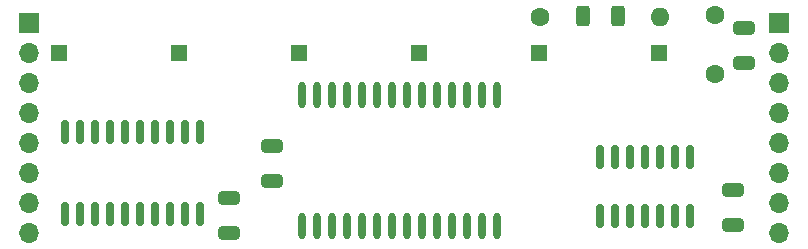
<source format=gts>
G04 #@! TF.GenerationSoftware,KiCad,Pcbnew,6.0.10-86aedd382b~118~ubuntu20.04.1*
G04 #@! TF.CreationDate,2022-12-28T18:12:40+00:00*
G04 #@! TF.ProjectId,slrm,736c726d-2e6b-4696-9361-645f70636258,rev?*
G04 #@! TF.SameCoordinates,Original*
G04 #@! TF.FileFunction,Soldermask,Top*
G04 #@! TF.FilePolarity,Negative*
%FSLAX46Y46*%
G04 Gerber Fmt 4.6, Leading zero omitted, Abs format (unit mm)*
G04 Created by KiCad (PCBNEW 6.0.10-86aedd382b~118~ubuntu20.04.1) date 2022-12-28 18:12:40*
%MOMM*%
%LPD*%
G01*
G04 APERTURE LIST*
G04 Aperture macros list*
%AMRoundRect*
0 Rectangle with rounded corners*
0 $1 Rounding radius*
0 $2 $3 $4 $5 $6 $7 $8 $9 X,Y pos of 4 corners*
0 Add a 4 corners polygon primitive as box body*
4,1,4,$2,$3,$4,$5,$6,$7,$8,$9,$2,$3,0*
0 Add four circle primitives for the rounded corners*
1,1,$1+$1,$2,$3*
1,1,$1+$1,$4,$5*
1,1,$1+$1,$6,$7*
1,1,$1+$1,$8,$9*
0 Add four rect primitives between the rounded corners*
20,1,$1+$1,$2,$3,$4,$5,0*
20,1,$1+$1,$4,$5,$6,$7,0*
20,1,$1+$1,$6,$7,$8,$9,0*
20,1,$1+$1,$8,$9,$2,$3,0*%
G04 Aperture macros list end*
%ADD10RoundRect,0.250000X-0.312500X-0.625000X0.312500X-0.625000X0.312500X0.625000X-0.312500X0.625000X0*%
%ADD11RoundRect,0.250000X0.650000X-0.325000X0.650000X0.325000X-0.650000X0.325000X-0.650000X-0.325000X0*%
%ADD12R,1.350000X1.350000*%
%ADD13C,1.600000*%
%ADD14O,0.600000X2.250000*%
%ADD15R,1.700000X1.700000*%
%ADD16O,1.700000X1.700000*%
%ADD17O,1.600000X1.600000*%
%ADD18RoundRect,0.150000X-0.150000X0.837500X-0.150000X-0.837500X0.150000X-0.837500X0.150000X0.837500X0*%
%ADD19RoundRect,0.150000X-0.150000X0.825000X-0.150000X-0.825000X0.150000X-0.825000X0.150000X0.825000X0*%
%ADD20RoundRect,0.250000X-0.650000X0.325000X-0.650000X-0.325000X0.650000X-0.325000X0.650000X0.325000X0*%
G04 APERTURE END LIST*
D10*
X166277500Y-85800000D03*
X169202500Y-85800000D03*
D11*
X179870000Y-89725000D03*
X179870000Y-86775000D03*
D12*
X121920000Y-88900000D03*
X162560000Y-88900000D03*
D13*
X177400000Y-85690000D03*
X177400000Y-90690000D03*
D12*
X142240000Y-88900000D03*
D14*
X142493809Y-103550000D03*
X143763809Y-103550000D03*
X145033809Y-103550000D03*
X146303809Y-103550000D03*
X147573809Y-103550000D03*
X148843809Y-103550000D03*
X150113809Y-103550000D03*
X151383809Y-103550000D03*
X152653809Y-103550000D03*
X153923809Y-103550000D03*
X155193809Y-103550000D03*
X156463809Y-103550000D03*
X157733809Y-103550000D03*
X159003809Y-103550000D03*
X158943809Y-92450000D03*
X157673809Y-92450000D03*
X156403809Y-92450000D03*
X155133809Y-92450000D03*
X153863809Y-92450000D03*
X152593809Y-92450000D03*
X151323809Y-92450000D03*
X150053809Y-92450000D03*
X148783809Y-92450000D03*
X147513809Y-92450000D03*
X146243809Y-92450000D03*
X144973809Y-92450000D03*
X143703809Y-92450000D03*
X142433809Y-92450000D03*
D15*
X119380000Y-86360000D03*
D16*
X119380000Y-88900000D03*
X119380000Y-91440000D03*
X119380000Y-93980000D03*
X119380000Y-96520000D03*
X119380000Y-99060000D03*
X119380000Y-101600000D03*
X119380000Y-104140000D03*
D11*
X179000000Y-103475000D03*
X179000000Y-100525000D03*
D17*
X172745400Y-85826600D03*
D13*
X162585400Y-85826600D03*
D11*
X136300000Y-104150000D03*
X136300000Y-101200000D03*
D15*
X182880000Y-86360000D03*
D16*
X182880000Y-88900000D03*
X182880000Y-91440000D03*
X182880000Y-93980000D03*
X182880000Y-96520000D03*
X182880000Y-99060000D03*
X182880000Y-101600000D03*
X182880000Y-104140000D03*
D12*
X132080000Y-88900000D03*
X172720000Y-88900000D03*
D18*
X133815000Y-95577500D03*
X132545000Y-95577500D03*
X131275000Y-95577500D03*
X130005000Y-95577500D03*
X128735000Y-95577500D03*
X127465000Y-95577500D03*
X126195000Y-95577500D03*
X124925000Y-95577500D03*
X123655000Y-95577500D03*
X122385000Y-95577500D03*
X122385000Y-102502500D03*
X123655000Y-102502500D03*
X124925000Y-102502500D03*
X126195000Y-102502500D03*
X127465000Y-102502500D03*
X128735000Y-102502500D03*
X130005000Y-102502500D03*
X131275000Y-102502500D03*
X132545000Y-102502500D03*
X133815000Y-102502500D03*
D19*
X175285000Y-97715000D03*
X174015000Y-97715000D03*
X172745000Y-97715000D03*
X171475000Y-97715000D03*
X170205000Y-97715000D03*
X168935000Y-97715000D03*
X167665000Y-97715000D03*
X167665000Y-102665000D03*
X168935000Y-102665000D03*
X170205000Y-102665000D03*
X171475000Y-102665000D03*
X172745000Y-102665000D03*
X174015000Y-102665000D03*
X175285000Y-102665000D03*
D12*
X152400000Y-88900000D03*
D20*
X139900000Y-96789583D03*
X139900000Y-99739583D03*
M02*

</source>
